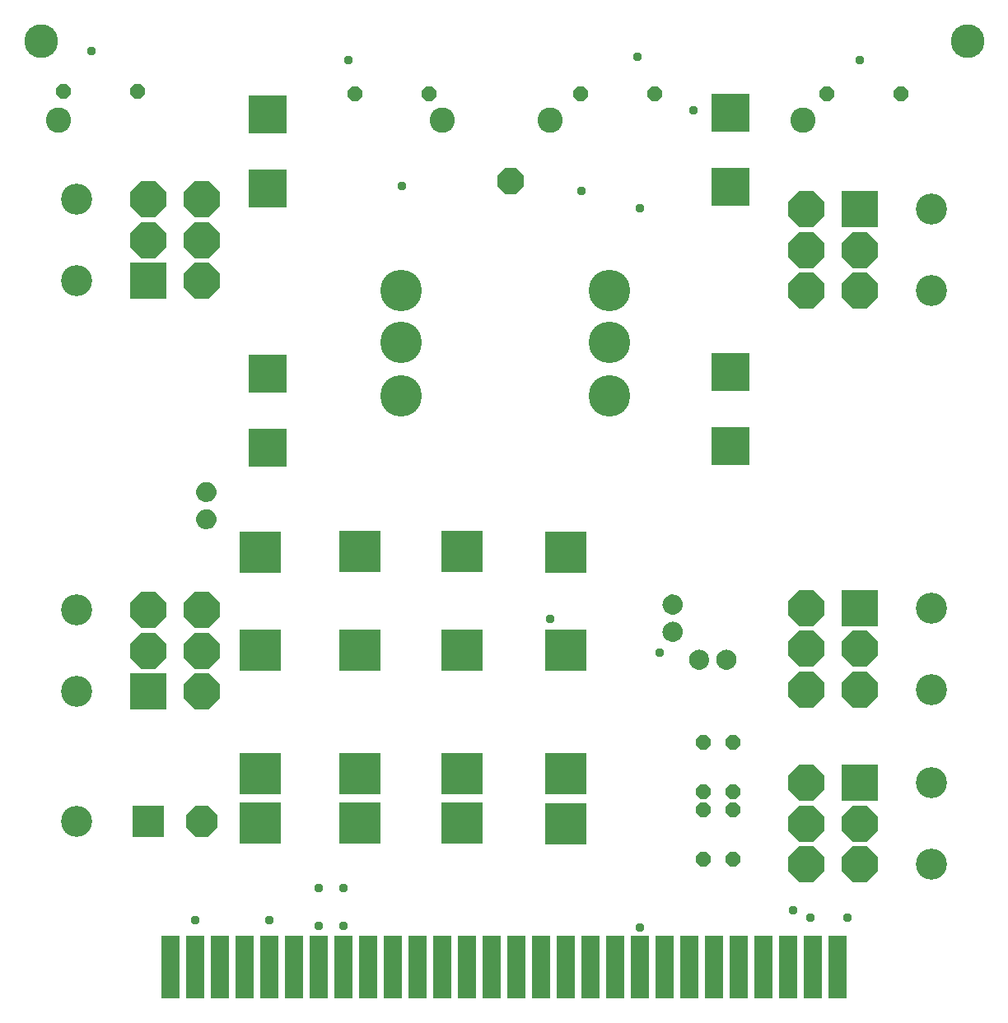
<source format=gbs>
G75*
%MOIN*%
%OFA0B0*%
%FSLAX25Y25*%
%IPPOS*%
%LPD*%
%AMOC8*
5,1,8,0,0,1.08239X$1,22.5*
%
%ADD10C,0.13650*%
%ADD11OC8,0.14580*%
%ADD12R,0.14580X0.14580*%
%ADD13C,0.12611*%
%ADD14OC8,0.06000*%
%ADD15C,0.00500*%
%ADD16C,0.16800*%
%ADD17R,0.16548X0.16548*%
%ADD18R,0.15800X0.15800*%
%ADD19R,0.07300X0.25800*%
%ADD20OC8,0.10800*%
%ADD21C,0.10249*%
%ADD22OC8,0.12611*%
%ADD23R,0.12611X0.12611*%
%ADD24C,0.03778*%
D10*
X0013850Y0392500D03*
X0388850Y0392500D03*
D11*
X0323744Y0324305D03*
X0323744Y0307805D03*
X0323744Y0291305D03*
X0345444Y0291305D03*
X0345444Y0307805D03*
X0323744Y0162888D03*
X0323744Y0146388D03*
X0323744Y0129888D03*
X0345444Y0129888D03*
X0345444Y0146388D03*
X0323744Y0091939D03*
X0323744Y0075439D03*
X0323744Y0058939D03*
X0345444Y0058939D03*
X0345444Y0075439D03*
X0078850Y0129002D03*
X0078850Y0145502D03*
X0078850Y0162002D03*
X0057150Y0162002D03*
X0057150Y0145502D03*
X0078857Y0295242D03*
X0078857Y0311742D03*
X0078857Y0328242D03*
X0057157Y0328242D03*
X0057157Y0311742D03*
D12*
X0057157Y0295242D03*
X0057150Y0129002D03*
X0345444Y0162888D03*
X0345444Y0091939D03*
X0345444Y0324305D03*
D13*
X0374185Y0324305D03*
X0374185Y0291305D03*
X0374185Y0162888D03*
X0374185Y0129888D03*
X0374185Y0091939D03*
X0374185Y0058939D03*
X0028410Y0076500D03*
X0028410Y0129002D03*
X0028410Y0162002D03*
X0028417Y0295242D03*
X0028417Y0328242D03*
D14*
X0022915Y0372028D03*
X0052915Y0372028D03*
X0141025Y0370994D03*
X0171025Y0370994D03*
X0232413Y0371142D03*
X0262413Y0371142D03*
X0331970Y0371093D03*
X0361970Y0371093D03*
X0293820Y0108258D03*
X0281960Y0108307D03*
X0281960Y0088307D03*
X0281960Y0080945D03*
X0293820Y0080945D03*
X0293820Y0088258D03*
X0293820Y0060945D03*
X0281960Y0060945D03*
D15*
X0280279Y0138081D02*
X0280999Y0138144D01*
X0281694Y0138346D01*
X0282336Y0138680D01*
X0282900Y0139133D01*
X0283365Y0139687D01*
X0283713Y0140321D01*
X0283930Y0141012D01*
X0284009Y0141731D01*
X0283961Y0142391D01*
X0283799Y0143032D01*
X0283528Y0143636D01*
X0283157Y0144183D01*
X0282696Y0144658D01*
X0282159Y0145045D01*
X0281564Y0145333D01*
X0280927Y0145514D01*
X0280269Y0145581D01*
X0279611Y0145516D01*
X0278974Y0145337D01*
X0278377Y0145050D01*
X0277840Y0144664D01*
X0277378Y0144191D01*
X0277005Y0143645D01*
X0276733Y0143042D01*
X0276569Y0142401D01*
X0276519Y0141741D01*
X0276600Y0141018D01*
X0276821Y0140325D01*
X0277172Y0139688D01*
X0277641Y0139132D01*
X0278209Y0138678D01*
X0278855Y0138344D01*
X0279554Y0138142D01*
X0280279Y0138081D01*
X0280529Y0138103D02*
X0280022Y0138103D01*
X0278359Y0138601D02*
X0282184Y0138601D01*
X0282859Y0139100D02*
X0277682Y0139100D01*
X0277248Y0139598D02*
X0283290Y0139598D01*
X0283590Y0140097D02*
X0276947Y0140097D01*
X0276735Y0140595D02*
X0283799Y0140595D01*
X0283939Y0141094D02*
X0276592Y0141094D01*
X0276536Y0141592D02*
X0283994Y0141592D01*
X0283983Y0142091D02*
X0276546Y0142091D01*
X0276617Y0142589D02*
X0283911Y0142589D01*
X0283774Y0143088D02*
X0276753Y0143088D01*
X0276979Y0143586D02*
X0283550Y0143586D01*
X0283223Y0144085D02*
X0277305Y0144085D01*
X0277761Y0144583D02*
X0282768Y0144583D01*
X0282084Y0145082D02*
X0278443Y0145082D01*
X0280260Y0145580D02*
X0280278Y0145580D01*
X0287753Y0143042D02*
X0288025Y0143645D01*
X0288398Y0144191D01*
X0288860Y0144664D01*
X0289398Y0145050D01*
X0289994Y0145337D01*
X0290631Y0145516D01*
X0291289Y0145581D01*
X0291947Y0145514D01*
X0292584Y0145333D01*
X0293179Y0145045D01*
X0293716Y0144658D01*
X0294177Y0144183D01*
X0294548Y0143636D01*
X0294819Y0143032D01*
X0294981Y0142391D01*
X0295029Y0141731D01*
X0294951Y0141012D01*
X0294733Y0140321D01*
X0294385Y0139687D01*
X0293920Y0139133D01*
X0293356Y0138680D01*
X0292714Y0138346D01*
X0292020Y0138144D01*
X0291299Y0138081D01*
X0290574Y0138142D01*
X0289875Y0138344D01*
X0289229Y0138678D01*
X0288661Y0139132D01*
X0288192Y0139688D01*
X0287841Y0140325D01*
X0287620Y0141018D01*
X0287539Y0141741D01*
X0287589Y0142401D01*
X0287753Y0143042D01*
X0287773Y0143088D02*
X0294794Y0143088D01*
X0294931Y0142589D02*
X0287637Y0142589D01*
X0287566Y0142091D02*
X0295003Y0142091D01*
X0295014Y0141592D02*
X0287556Y0141592D01*
X0287612Y0141094D02*
X0294959Y0141094D01*
X0294819Y0140595D02*
X0287755Y0140595D01*
X0287967Y0140097D02*
X0294610Y0140097D01*
X0294310Y0139598D02*
X0288268Y0139598D01*
X0288702Y0139100D02*
X0293879Y0139100D01*
X0293204Y0138601D02*
X0289379Y0138601D01*
X0291042Y0138103D02*
X0291549Y0138103D01*
X0294570Y0143586D02*
X0287999Y0143586D01*
X0288325Y0144085D02*
X0294243Y0144085D01*
X0293788Y0144583D02*
X0288781Y0144583D01*
X0289463Y0145082D02*
X0293104Y0145082D01*
X0291298Y0145580D02*
X0291280Y0145580D01*
X0272982Y0151773D02*
X0272648Y0151127D01*
X0272194Y0150559D01*
X0271638Y0150090D01*
X0271001Y0149738D01*
X0270308Y0149518D01*
X0269585Y0149437D01*
X0268926Y0149487D01*
X0268285Y0149650D01*
X0267682Y0149923D01*
X0267135Y0150296D01*
X0266662Y0150758D01*
X0266276Y0151295D01*
X0265990Y0151891D01*
X0265811Y0152528D01*
X0265745Y0153187D01*
X0265813Y0153845D01*
X0265993Y0154481D01*
X0266281Y0155077D01*
X0266669Y0155613D01*
X0267143Y0156074D01*
X0267691Y0156446D01*
X0268294Y0156717D01*
X0268936Y0156879D01*
X0269596Y0156927D01*
X0270315Y0156848D01*
X0271005Y0156631D01*
X0271639Y0156283D01*
X0272193Y0155818D01*
X0272646Y0155254D01*
X0272980Y0154612D01*
X0273183Y0153917D01*
X0273246Y0153196D01*
X0273184Y0152472D01*
X0272982Y0151773D01*
X0272873Y0151562D02*
X0266148Y0151562D01*
X0265942Y0152061D02*
X0273065Y0152061D01*
X0273192Y0152559D02*
X0265808Y0152559D01*
X0265758Y0153058D02*
X0273234Y0153058D01*
X0273214Y0153556D02*
X0265783Y0153556D01*
X0265872Y0154055D02*
X0273143Y0154055D01*
X0272997Y0154553D02*
X0266028Y0154553D01*
X0266269Y0155052D02*
X0272751Y0155052D01*
X0272408Y0155550D02*
X0266623Y0155550D01*
X0267117Y0156049D02*
X0271918Y0156049D01*
X0271157Y0156547D02*
X0267917Y0156547D01*
X0268926Y0160507D02*
X0268285Y0160670D01*
X0267682Y0160943D01*
X0267135Y0161316D01*
X0266662Y0161778D01*
X0266276Y0162315D01*
X0265990Y0162911D01*
X0265811Y0163548D01*
X0265745Y0164207D01*
X0265813Y0164865D01*
X0265993Y0165501D01*
X0266281Y0166097D01*
X0266669Y0166633D01*
X0267143Y0167094D01*
X0267691Y0167466D01*
X0268294Y0167737D01*
X0268936Y0167899D01*
X0269596Y0167947D01*
X0270315Y0167868D01*
X0271005Y0167651D01*
X0271639Y0167303D01*
X0272193Y0166838D01*
X0272646Y0166274D01*
X0272980Y0165632D01*
X0273183Y0164937D01*
X0273246Y0164217D01*
X0273184Y0163492D01*
X0272982Y0162793D01*
X0272648Y0162147D01*
X0272194Y0161579D01*
X0271638Y0161110D01*
X0271001Y0160758D01*
X0270308Y0160538D01*
X0269585Y0160457D01*
X0268926Y0160507D01*
X0268813Y0160536D02*
X0270286Y0160536D01*
X0271501Y0161034D02*
X0267548Y0161034D01*
X0266913Y0161533D02*
X0272139Y0161533D01*
X0272555Y0162031D02*
X0266480Y0162031D01*
X0266173Y0162530D02*
X0272846Y0162530D01*
X0273050Y0163028D02*
X0265957Y0163028D01*
X0265817Y0163527D02*
X0273187Y0163527D01*
X0273229Y0164025D02*
X0265763Y0164025D01*
X0265778Y0164524D02*
X0273219Y0164524D01*
X0273158Y0165022D02*
X0265857Y0165022D01*
X0266002Y0165521D02*
X0273013Y0165521D01*
X0272779Y0166019D02*
X0266244Y0166019D01*
X0266585Y0166518D02*
X0272450Y0166518D01*
X0271981Y0167016D02*
X0267063Y0167016D01*
X0267799Y0167515D02*
X0271253Y0167515D01*
X0272598Y0151064D02*
X0266442Y0151064D01*
X0266859Y0150565D02*
X0272199Y0150565D01*
X0271596Y0150067D02*
X0267471Y0150067D01*
X0268606Y0149568D02*
X0270466Y0149568D01*
X0084482Y0198113D02*
X0084301Y0197477D01*
X0084013Y0196881D01*
X0083626Y0196345D01*
X0083151Y0195884D01*
X0082604Y0195512D01*
X0082000Y0195242D01*
X0081359Y0195080D01*
X0080699Y0195031D01*
X0079980Y0195110D01*
X0079290Y0195328D01*
X0078655Y0195675D01*
X0078101Y0196140D01*
X0077648Y0196705D01*
X0077314Y0197346D01*
X0077112Y0198041D01*
X0077049Y0198762D01*
X0077110Y0199487D01*
X0077312Y0200185D01*
X0077646Y0200831D01*
X0078100Y0201400D01*
X0078656Y0201868D01*
X0079293Y0202220D01*
X0079986Y0202440D01*
X0080709Y0202521D01*
X0081369Y0202472D01*
X0082010Y0202308D01*
X0082613Y0202036D01*
X0083159Y0201663D01*
X0083632Y0201200D01*
X0084018Y0200663D01*
X0084305Y0200067D01*
X0084484Y0199430D01*
X0084549Y0198772D01*
X0084482Y0198113D01*
X0084428Y0197924D02*
X0077146Y0197924D01*
X0077078Y0198422D02*
X0084514Y0198422D01*
X0084534Y0198921D02*
X0077062Y0198921D01*
X0077105Y0199419D02*
X0084485Y0199419D01*
X0084347Y0199918D02*
X0077235Y0199918D01*
X0077432Y0200416D02*
X0084137Y0200416D01*
X0083837Y0200915D02*
X0077713Y0200915D01*
X0078117Y0201413D02*
X0083414Y0201413D01*
X0082794Y0201912D02*
X0078735Y0201912D01*
X0079893Y0202410D02*
X0081608Y0202410D01*
X0081359Y0206100D02*
X0080699Y0206052D01*
X0079980Y0206130D01*
X0079290Y0206348D01*
X0078655Y0206696D01*
X0078101Y0207161D01*
X0077648Y0207725D01*
X0077314Y0208367D01*
X0077112Y0209061D01*
X0077049Y0209782D01*
X0077110Y0210507D01*
X0077312Y0211205D01*
X0077646Y0211851D01*
X0078100Y0212420D01*
X0078656Y0212889D01*
X0079293Y0213240D01*
X0079986Y0213460D01*
X0080709Y0213541D01*
X0081369Y0213492D01*
X0082010Y0213328D01*
X0082613Y0213056D01*
X0083159Y0212683D01*
X0083632Y0212221D01*
X0084018Y0211683D01*
X0084305Y0211087D01*
X0084484Y0210450D01*
X0084549Y0209792D01*
X0084482Y0209134D01*
X0084301Y0208497D01*
X0084013Y0207901D01*
X0083626Y0207365D01*
X0083151Y0206904D01*
X0082604Y0206532D01*
X0082000Y0206262D01*
X0081359Y0206100D01*
X0082305Y0206399D02*
X0079197Y0206399D01*
X0078415Y0206897D02*
X0083141Y0206897D01*
X0083648Y0207396D02*
X0077912Y0207396D01*
X0077560Y0207894D02*
X0084008Y0207894D01*
X0084251Y0208393D02*
X0077307Y0208393D01*
X0077161Y0208891D02*
X0084413Y0208891D01*
X0084508Y0209390D02*
X0077083Y0209390D01*
X0077058Y0209888D02*
X0084540Y0209888D01*
X0084490Y0210387D02*
X0077100Y0210387D01*
X0077220Y0210885D02*
X0084362Y0210885D01*
X0084162Y0211384D02*
X0077404Y0211384D01*
X0077671Y0211882D02*
X0083875Y0211882D01*
X0083468Y0212381D02*
X0078069Y0212381D01*
X0078645Y0212879D02*
X0082871Y0212879D01*
X0081815Y0213378D02*
X0079726Y0213378D01*
X0077291Y0197425D02*
X0084277Y0197425D01*
X0084035Y0196927D02*
X0077533Y0196927D01*
X0077870Y0196428D02*
X0083686Y0196428D01*
X0083198Y0195930D02*
X0078352Y0195930D01*
X0079100Y0195431D02*
X0082423Y0195431D01*
D16*
X0159765Y0248785D03*
X0159765Y0270285D03*
X0159765Y0291285D03*
X0243968Y0291285D03*
X0243968Y0270285D03*
X0243968Y0248785D03*
D17*
X0226202Y0185335D03*
X0226202Y0145571D03*
X0184421Y0145817D03*
X0184421Y0185581D03*
X0143082Y0185581D03*
X0143082Y0145817D03*
X0102728Y0145768D03*
X0102728Y0185531D03*
X0102728Y0095768D03*
X0102728Y0075689D03*
X0143082Y0075738D03*
X0143082Y0095817D03*
X0184421Y0095817D03*
X0184421Y0075738D03*
X0226202Y0075492D03*
X0226202Y0095571D03*
D18*
X0292836Y0228258D03*
X0292836Y0258258D03*
X0292836Y0333258D03*
X0292836Y0363258D03*
X0105533Y0362569D03*
X0105533Y0332569D03*
X0105533Y0257569D03*
X0105533Y0227569D03*
D19*
X0066411Y0017500D03*
X0076411Y0017500D03*
X0086411Y0017500D03*
X0096411Y0017500D03*
X0106411Y0017500D03*
X0116411Y0017500D03*
X0126411Y0017500D03*
X0136411Y0017500D03*
X0146411Y0017500D03*
X0156411Y0017500D03*
X0166411Y0017500D03*
X0176411Y0017500D03*
X0186411Y0017500D03*
X0196411Y0017500D03*
X0206411Y0017500D03*
X0216411Y0017500D03*
X0226411Y0017500D03*
X0236411Y0017500D03*
X0246411Y0017500D03*
X0256411Y0017500D03*
X0266411Y0017500D03*
X0276411Y0017500D03*
X0286411Y0017500D03*
X0296411Y0017500D03*
X0306411Y0017500D03*
X0316411Y0017500D03*
X0326411Y0017500D03*
X0336411Y0017500D03*
D20*
X0204106Y0335709D03*
D21*
X0219854Y0360315D03*
X0176405Y0360315D03*
X0322216Y0360315D03*
X0021035Y0360315D03*
D22*
X0078850Y0076500D03*
D23*
X0057150Y0076500D03*
D24*
X0076153Y0036496D03*
X0106411Y0036496D03*
X0126411Y0034000D03*
X0136411Y0034000D03*
X0136350Y0049500D03*
X0126350Y0049500D03*
X0219854Y0158543D03*
X0264145Y0144764D03*
X0318279Y0040433D03*
X0325169Y0037480D03*
X0340443Y0037480D03*
X0256411Y0033543D03*
X0256271Y0324882D03*
X0232649Y0331772D03*
X0277925Y0364252D03*
X0255287Y0385906D03*
X0345259Y0384874D03*
X0159815Y0333740D03*
X0138456Y0384874D03*
X0034236Y0388280D03*
M02*

</source>
